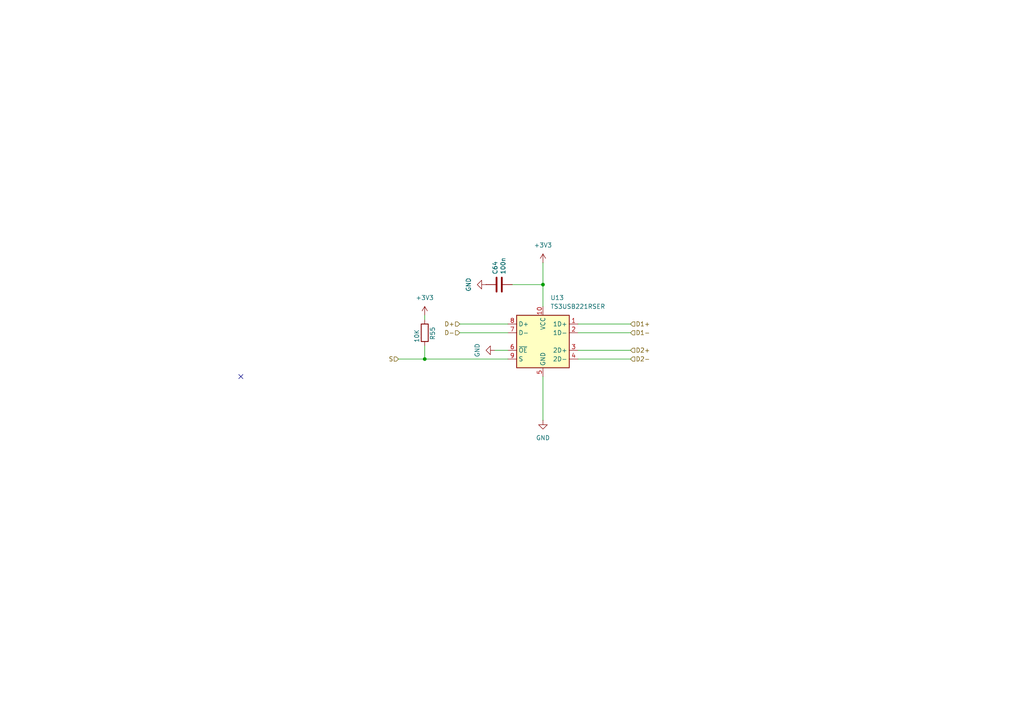
<source format=kicad_sch>
(kicad_sch (version 20250114) (generator "eeschema") (generator_version "9.0")
  (paper "A4")
  (title_block (title "${NAME} ${MODEL}") (date "2025-07-03") (rev "${VERSION}") (company "Mikhail Matveev") (comment 1 "https://github.com/rh1tech/echo"))
  (lib_symbols
    (symbol "Device:C" (pin_numbers (hide yes)) (pin_names (offset 0.254))
      (property "Reference" "C" (at 0.635 2.54 0))
      (property "Value" "C" (at 0.635 -2.54 0))
      (symbol "C_0_1"
        (polyline (pts (xy -2.032 0.762) (xy 2.032 0.762)) (stroke (width 0.508)))
        (polyline (pts (xy -2.032 -0.762) (xy 2.032 -0.762)) (stroke (width 0.508)))
      )
      (symbol "C_1_1"
        (pin passive line (at 0 3.81 270) (length 2.794) (name "~") (number "1"))
        (pin passive line (at 0 -3.81 90) (length 2.794) (name "~") (number "2"))
      )
    )
    (symbol "Device:R" (pin_numbers (hide yes)) (pin_names (offset 0))
      (property "Reference" "R" (at 2.032 0 90))
      (property "Value" "R" (at 0 0 90))
      (symbol "R_0_1"
        (rectangle (start -1.016 -2.54) (end 1.016 2.54) (stroke (width 0.254)))
      )
      (symbol "R_1_1"
        (pin passive line (at 0 3.81 270) (length 1.27) (name "~") (number "1"))
        (pin passive line (at 0 -3.81 90) (length 1.27) (name "~") (number "2"))
      )
    )
    (symbol "TS3USB221R:TS3USB221RSER"
      (property "Reference" "U" (at -6.35 8.89 0))
      (property "Value" "TS3USB221RSER" (at 8.89 8.89 0))
      (symbol "TS3USB221RSER_0_1"
        (rectangle (start 7.62 7.62) (end -7.62 -7.62) (stroke (width 0.254)) (fill (type background)))
      )
      (symbol "TS3USB221RSER_1_1"
        (pin bidirectional line (at -10.16 5.08 0) (length 2.54) (name "D+") (number "8"))
        (pin bidirectional line (at -10.16 2.54 0) (length 2.54) (name "D-") (number "7"))
        (pin input line (at -10.16 -2.54 0) (length 2.54) (name "~{OE}") (number "6"))
        (pin input line (at -10.16 -5.08 0) (length 2.54) (name "S") (number "9"))
        (pin power_in line (at 0 10.16 270) (length 2.54) (name "VCC") (number "10"))
        (pin power_in line (at 0 -10.16 90) (length 2.54) (name "GND") (number "5"))
        (pin bidirectional line (at 10.16 5.08 180) (length 2.54) (name "1D+") (number "1"))
        (pin bidirectional line (at 10.16 2.54 180) (length 2.54) (name "1D-") (number "2"))
        (pin bidirectional line (at 10.16 -2.54 180) (length 2.54) (name "2D+") (number "3"))
        (pin bidirectional line (at 10.16 -5.08 180) (length 2.54) (name "2D-") (number "4"))
      )
    )
    (symbol "power:+3V3" (power) (pin_numbers (hide yes)) (pin_names (offset 0) (hide yes))
      (property "Value" "+3V3" (at 0 3.556 0))
      (symbol "+3V3_0_1"
        (polyline (pts (xy -0.762 1.27) (xy 0 2.54)))
        (polyline (pts (xy 0 2.54) (xy 0.762 1.27)))
        (polyline (pts (xy 0 0) (xy 0 2.54)))
      )
      (symbol "+3V3_1_1"
        (pin power_in line (at 0 0 90) (length 0) (name "~") (number "1"))
      )
    )
    (symbol "power:GND" (power) (pin_numbers (hide yes)) (pin_names (offset 0) (hide yes))
      (property "Value" "GND" (at 0 -3.81 0))
      (symbol "GND_0_1"
        (polyline (pts (xy 0 0) (xy 0 -1.27) (xy 1.27 -1.27) (xy 0 -2.54) (xy -1.27 -1.27) (xy 0 -1.27)))
      )
      (symbol "GND_1_1"
        (pin power_in line (at 0 0 270) (length 0) (name "~") (number "1"))
      )
    )
  )
  (junction (at 123.19 104.14))
  (junction (at 157.48 82.55))
  (no_connect (at 69.85 109.22))
  (wire (pts (xy 133.35 96.52) (xy 147.32 96.52)))
  (wire (pts (xy 157.48 76.2) (xy 157.48 82.55)))
  (wire (pts (xy 123.19 104.14) (xy 147.32 104.14)))
  (wire (pts (xy 157.48 109.22) (xy 157.48 121.92)))
  (wire (pts (xy 167.64 101.6) (xy 182.88 101.6)))
  (wire (pts (xy 148.59 82.55) (xy 157.48 82.55)))
  (wire (pts (xy 123.19 104.14) (xy 123.19 100.33)))
  (wire (pts (xy 143.51 101.6) (xy 147.32 101.6)))
  (wire (pts (xy 157.48 82.55) (xy 157.48 88.9)))
  (wire (pts (xy 115.57 104.14) (xy 123.19 104.14)))
  (wire (pts (xy 123.19 92.71) (xy 123.19 91.44)))
  (wire (pts (xy 167.64 96.52) (xy 182.88 96.52)))
  (wire (pts (xy 167.64 93.98) (xy 182.88 93.98)))
  (wire (pts (xy 133.35 93.98) (xy 147.32 93.98)))
  (wire (pts (xy 167.64 104.14) (xy 182.88 104.14)))
  (hierarchical_label "S" (shape input) (at 115.57 104.14 180))
  (hierarchical_label "D2-" (shape input) (at 182.88 104.14 0))
  (hierarchical_label "D+" (shape input) (at 133.35 93.98 180))
  (hierarchical_label "D2+" (shape input) (at 182.88 101.6 0))
  (hierarchical_label "D-" (shape input) (at 133.35 96.52 180))
  (hierarchical_label "D1-" (shape input) (at 182.88 96.52 0))
  (hierarchical_label "D1+" (shape input) (at 182.88 93.98 0))
  (symbol (lib_id "TS3USB221R:TS3USB221RSER") (at 157.48 99.06 0) (unit 1)
    (property "Reference" "U11" (at 159.6233 86.36 0) (effects (justify left)))
    (property "Value" "TS3USB221RSER" (at 159.6233 88.9 0) (effects (justify left)))
    (property "Footprint" "FRANK:UQFN-10" (effects (hide yes)))
    (property "Datasheet" "https://www.ti.com/lit/gpn/ts3usb221" (effects (hide yes)))
    (property "Description" "High-Speed USB 2.0 1:2 Multiplexer/Demultiplexer Switch with Single Enable, UQFN-10" (effects (hide yes)))
    (instances (project "echo" (path "" (reference "U13") (unit 1)) (path "" (reference "U11") (unit 1))))
  )
  (symbol (lib_id "power:GND") (at 143.51 101.6 270) (unit 1)
    (property "Reference" "#PWR0116" (effects (hide yes)))
    (property "Value" "GND" (at 138.43 101.6 0))
    (property "Description" "Power symbol creates a global label with name \"GND\" , ground" (effects (hide yes)))
    (instances (project "echo" (path "" (reference "#PWR0124") (unit 1)) (path "" (reference "#PWR0116") (unit 1))))
  )
  (symbol (lib_id "Device:C") (at 144.78 82.55 90) (unit 1)
    (property "Reference" "C62" (at 143.6116 79.629 0) (effects (justify left)))
    (property "Value" "100n" (at 145.923 79.629 0) (effects (justify left)))
    (property "Footprint" "FRANK:Capacitor (0402)" (effects (hide yes)))
    (property "Datasheet" "https://eu.mouser.com/datasheet/2/40/KGM_X7R-3223212.pdf" (effects (hide yes)))
    (property "AliExpress" "https://www.aliexpress.com/item/33008008276.html" (effects (hide yes)))
    (instances (project "echo" (path "" (reference "C64") (unit 1)) (path "" (reference "C62") (unit 1))))
  )
  (symbol (lib_id "power:+3V3") (at 157.48 76.2 0) (unit 1)
    (property "Reference" "#PWR0113" (effects (hide yes)))
    (property "Value" "+3V3" (at 157.48 71.12 0))
    (property "Description" "Power symbol creates a global label with name \"+3V3\"" (effects (hide yes)))
    (instances (project "echo" (path "" (reference "#PWR0121") (unit 1)) (path "" (reference "#PWR0113") (unit 1))))
  )
  (symbol (lib_id "Device:R") (at 123.19 96.52 0) (unit 1)
    (property "Reference" "R54" (at 125.476 94.742 90) (effects (justify right)))
    (property "Value" "10K" (at 120.904 95.504 90) (effects (justify right)))
    (property "Footprint" "FRANK:Resistor (0402)" (effects (hide yes)))
    (property "Datasheet" "https://www.vishay.com/docs/28952/mcs0402at-mct0603at-mcu0805at-mca1206at.pdf" (effects (hide yes)))
    (property "AliExpress" "https://www.aliexpress.com/item/1005005945735199.html" (effects (hide yes)))
    (instances (project "echo" (path "" (reference "R55") (unit 1)) (path "" (reference "R54") (unit 1))))
  )
  (symbol (lib_id "power:+3V3") (at 123.19 91.44 0) (unit 1)
    (property "Reference" "#PWR0115" (effects (hide yes)))
    (property "Value" "+3V3" (at 123.19 86.36 0))
    (property "Description" "Power symbol creates a global label with name \"+3V3\"" (effects (hide yes)))
    (instances (project "echo" (path "" (reference "#PWR0123") (unit 1)) (path "" (reference "#PWR0115") (unit 1))))
  )
  (symbol (lib_id "power:GND") (at 140.97 82.55 270) (unit 1)
    (property "Reference" "#PWR0114" (effects (hide yes)))
    (property "Value" "GND" (at 135.89 82.55 0))
    (property "Description" "Power symbol creates a global label with name \"GND\" , ground" (effects (hide yes)))
    (instances (project "echo" (path "" (reference "#PWR0122") (unit 1)) (path "" (reference "#PWR0114") (unit 1))))
  )
  (symbol (lib_id "power:GND") (at 157.48 121.92 0) (unit 1)
    (property "Reference" "#PWR0117" (effects (hide yes)))
    (property "Value" "GND" (at 157.48 127 0))
    (property "Description" "Power symbol creates a global label with name \"GND\" , ground" (effects (hide yes)))
    (instances (project "echo" (path "" (reference "#PWR0125") (unit 1)) (path "" (reference "#PWR0117") (unit 1))))
  )
)
</source>
